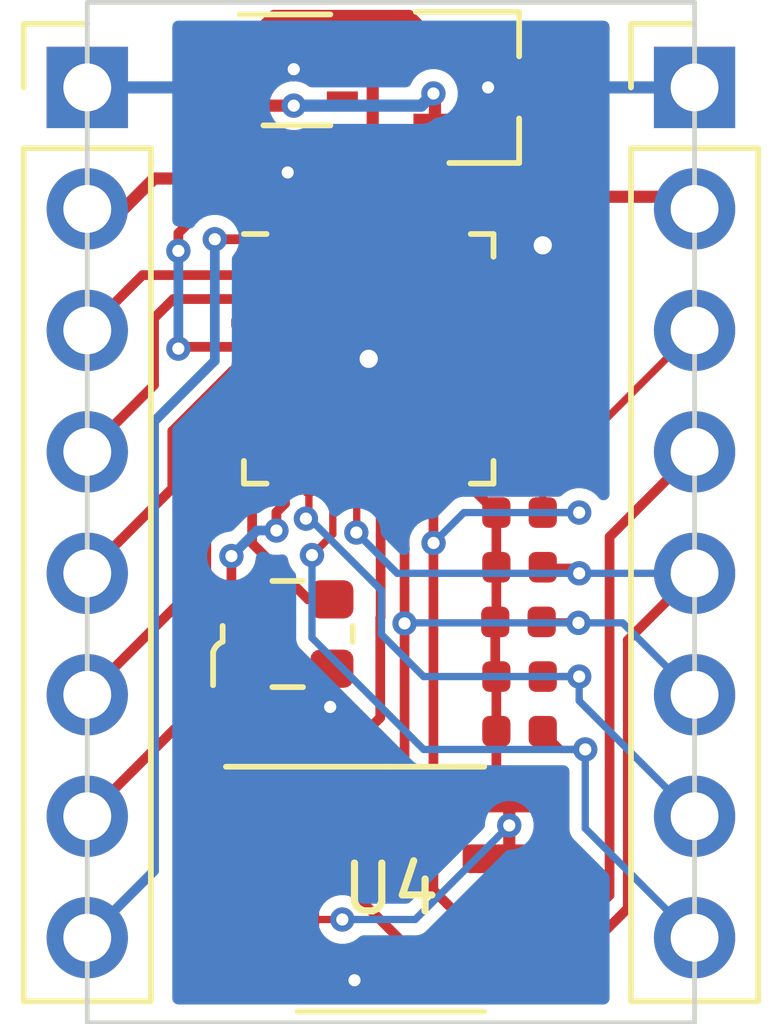
<source format=kicad_pcb>
(kicad_pcb (version 20171130) (host pcbnew "(5.1.6)-1")

  (general
    (thickness 1.6)
    (drawings 4)
    (tracks 219)
    (zones 0)
    (modules 15)
    (nets 30)
  )

  (page A4)
  (layers
    (0 F.Cu signal)
    (31 B.Cu signal)
    (32 B.Adhes user)
    (33 F.Adhes user)
    (34 B.Paste user)
    (35 F.Paste user)
    (36 B.SilkS user)
    (37 F.SilkS user)
    (38 B.Mask user)
    (39 F.Mask user)
    (40 Dwgs.User user)
    (41 Cmts.User user)
    (42 Eco1.User user)
    (43 Eco2.User user)
    (44 Edge.Cuts user)
    (45 Margin user)
    (46 B.CrtYd user)
    (47 F.CrtYd user)
    (48 B.Fab user)
    (49 F.Fab user)
  )

  (setup
    (last_trace_width 0.1524)
    (user_trace_width 0.1524)
    (user_trace_width 0.2032)
    (user_trace_width 0.254)
    (trace_clearance 0.1524)
    (zone_clearance 0.254)
    (zone_45_only yes)
    (trace_min 0.1524)
    (via_size 0.508)
    (via_drill 0.254)
    (via_min_size 0.508)
    (via_min_drill 0.254)
    (user_via 0.508 0.254)
    (user_via 0.635 0.381)
    (uvia_size 0.508)
    (uvia_drill 0.254)
    (uvias_allowed no)
    (uvia_min_size 0.508)
    (uvia_min_drill 0.254)
    (edge_width 0.05)
    (segment_width 0.2)
    (pcb_text_width 0.3)
    (pcb_text_size 1.5 1.5)
    (mod_edge_width 0.12)
    (mod_text_size 1 1)
    (mod_text_width 0.15)
    (pad_size 1.524 1.524)
    (pad_drill 0.762)
    (pad_to_mask_clearance 0.0508)
    (solder_mask_min_width 0.1016)
    (aux_axis_origin 0 0)
    (visible_elements 7FFFFFFF)
    (pcbplotparams
      (layerselection 0x010fc_ffffffff)
      (usegerberextensions false)
      (usegerberattributes true)
      (usegerberadvancedattributes true)
      (creategerberjobfile true)
      (excludeedgelayer true)
      (linewidth 0.100000)
      (plotframeref false)
      (viasonmask false)
      (mode 1)
      (useauxorigin false)
      (hpglpennumber 1)
      (hpglpenspeed 20)
      (hpglpendiameter 15.000000)
      (psnegative false)
      (psa4output false)
      (plotreference true)
      (plotvalue true)
      (plotinvisibletext false)
      (padsonsilk false)
      (subtractmaskfromsilk false)
      (outputformat 1)
      (mirror false)
      (drillshape 0)
      (scaleselection 1)
      (outputdirectory "gerbers/"))
  )

  (net 0 "")
  (net 1 GND)
  (net 2 +3V3)
  (net 3 +1V2)
  (net 4 +2V5)
  (net 5 "Net-(J1-Pad8)")
  (net 6 "Net-(J1-Pad7)")
  (net 7 "Net-(J1-Pad6)")
  (net 8 "Net-(J1-Pad5)")
  (net 9 "Net-(J1-Pad4)")
  (net 10 "Net-(J1-Pad3)")
  (net 11 CDONE)
  (net 12 CRESET)
  (net 13 CS0)
  (net 14 MOSI)
  (net 15 MISO)
  (net 16 SCK)
  (net 17 CLK)
  (net 18 "Net-(U1-Pad4)")
  (net 19 "Net-(U2-Pad1)")
  (net 20 "Net-(U3-Pad29)")
  (net 21 "Net-(U3-Pad27)")
  (net 22 "Net-(U3-Pad26)")
  (net 23 "Net-(U3-Pad23)")
  (net 24 "Net-(U3-Pad22)")
  (net 25 "Net-(U3-Pad20)")
  (net 26 "Net-(U3-Pad19)")
  (net 27 "Net-(U3-Pad18)")
  (net 28 "Net-(U3-Pad31)")
  (net 29 "Net-(U3-Pad30)")

  (net_class Default "This is the default net class."
    (clearance 0.1524)
    (trace_width 0.1524)
    (via_dia 0.508)
    (via_drill 0.254)
    (uvia_dia 0.508)
    (uvia_drill 0.254)
    (diff_pair_width 0.1524)
    (diff_pair_gap 0.1524)
    (add_net +1V2)
    (add_net +2V5)
    (add_net +3V3)
    (add_net CDONE)
    (add_net CLK)
    (add_net CRESET)
    (add_net CS0)
    (add_net GND)
    (add_net MISO)
    (add_net MOSI)
    (add_net "Net-(J1-Pad3)")
    (add_net "Net-(J1-Pad4)")
    (add_net "Net-(J1-Pad5)")
    (add_net "Net-(J1-Pad6)")
    (add_net "Net-(J1-Pad7)")
    (add_net "Net-(J1-Pad8)")
    (add_net "Net-(U1-Pad4)")
    (add_net "Net-(U2-Pad1)")
    (add_net "Net-(U3-Pad18)")
    (add_net "Net-(U3-Pad19)")
    (add_net "Net-(U3-Pad20)")
    (add_net "Net-(U3-Pad22)")
    (add_net "Net-(U3-Pad23)")
    (add_net "Net-(U3-Pad26)")
    (add_net "Net-(U3-Pad27)")
    (add_net "Net-(U3-Pad29)")
    (add_net "Net-(U3-Pad30)")
    (add_net "Net-(U3-Pad31)")
    (add_net SCK)
  )

  (module Capacitor_SMD:C_0402_1005Metric (layer F.Cu) (tedit 5B301BBE) (tstamp 5F7C7D01)
    (at 115.547 50.8)
    (descr "Capacitor SMD 0402 (1005 Metric), square (rectangular) end terminal, IPC_7351 nominal, (Body size source: http://www.tortai-tech.com/upload/download/2011102023233369053.pdf), generated with kicad-footprint-generator")
    (tags capacitor)
    (path /5F9298BA)
    (attr smd)
    (fp_text reference C3 (at 0 -1.17) (layer F.SilkS) hide
      (effects (font (size 1 1) (thickness 0.15)))
    )
    (fp_text value 1uF (at 0.127 0.762) (layer F.Fab) hide
      (effects (font (size 1 1) (thickness 0.15)))
    )
    (fp_line (start 0.93 0.47) (end -0.93 0.47) (layer F.CrtYd) (width 0.05))
    (fp_line (start 0.93 -0.47) (end 0.93 0.47) (layer F.CrtYd) (width 0.05))
    (fp_line (start -0.93 -0.47) (end 0.93 -0.47) (layer F.CrtYd) (width 0.05))
    (fp_line (start -0.93 0.47) (end -0.93 -0.47) (layer F.CrtYd) (width 0.05))
    (fp_line (start 0.5 0.25) (end -0.5 0.25) (layer F.Fab) (width 0.1))
    (fp_line (start 0.5 -0.25) (end 0.5 0.25) (layer F.Fab) (width 0.1))
    (fp_line (start -0.5 -0.25) (end 0.5 -0.25) (layer F.Fab) (width 0.1))
    (fp_line (start -0.5 0.25) (end -0.5 -0.25) (layer F.Fab) (width 0.1))
    (fp_text user %R (at 0 0) (layer F.Fab)
      (effects (font (size 0.25 0.25) (thickness 0.04)))
    )
    (pad 2 smd roundrect (at 0.485 0) (size 0.59 0.64) (layers F.Cu F.Paste F.Mask) (roundrect_rratio 0.25)
      (net 1 GND))
    (pad 1 smd roundrect (at -0.485 0) (size 0.59 0.64) (layers F.Cu F.Paste F.Mask) (roundrect_rratio 0.25)
      (net 2 +3V3))
    (model ${KISYS3DMOD}/Capacitor_SMD.3dshapes/C_0402_1005Metric.wrl
      (at (xyz 0 0 0))
      (scale (xyz 1 1 1))
      (rotate (xyz 0 0 0))
    )
  )

  (module Capacitor_SMD:C_0402_1005Metric (layer F.Cu) (tedit 5B301BBE) (tstamp 5F7BEC48)
    (at 118.133 50.673 180)
    (descr "Capacitor SMD 0402 (1005 Metric), square (rectangular) end terminal, IPC_7351 nominal, (Body size source: http://www.tortai-tech.com/upload/download/2011102023233369053.pdf), generated with kicad-footprint-generator")
    (tags capacitor)
    (path /5F7D9D04)
    (attr smd)
    (fp_text reference C2 (at 0 -1.17) (layer F.SilkS) hide
      (effects (font (size 1 1) (thickness 0.15)))
    )
    (fp_text value 1uF (at 0 1.17) (layer B.Fab) hide
      (effects (font (size 1 1) (thickness 0.15)) (justify mirror))
    )
    (fp_line (start 0.93 0.47) (end -0.93 0.47) (layer F.CrtYd) (width 0.05))
    (fp_line (start 0.93 -0.47) (end 0.93 0.47) (layer F.CrtYd) (width 0.05))
    (fp_line (start -0.93 -0.47) (end 0.93 -0.47) (layer F.CrtYd) (width 0.05))
    (fp_line (start -0.93 0.47) (end -0.93 -0.47) (layer F.CrtYd) (width 0.05))
    (fp_line (start 0.5 0.25) (end -0.5 0.25) (layer F.Fab) (width 0.1))
    (fp_line (start 0.5 -0.25) (end 0.5 0.25) (layer F.Fab) (width 0.1))
    (fp_line (start -0.5 -0.25) (end 0.5 -0.25) (layer F.Fab) (width 0.1))
    (fp_line (start -0.5 0.25) (end -0.5 -0.25) (layer F.Fab) (width 0.1))
    (fp_text user %R (at 0 0) (layer F.Fab)
      (effects (font (size 0.25 0.25) (thickness 0.04)))
    )
    (pad 2 smd roundrect (at 0.485 0 180) (size 0.59 0.64) (layers F.Cu F.Paste F.Mask) (roundrect_rratio 0.25)
      (net 1 GND))
    (pad 1 smd roundrect (at -0.485 0 180) (size 0.59 0.64) (layers F.Cu F.Paste F.Mask) (roundrect_rratio 0.25)
      (net 3 +1V2))
    (model ${KISYS3DMOD}/Capacitor_SMD.3dshapes/C_0402_1005Metric.wrl
      (at (xyz 0 0 0))
      (scale (xyz 1 1 1))
      (rotate (xyz 0 0 0))
    )
  )

  (module Capacitor_SMD:C_0402_1005Metric (layer F.Cu) (tedit 5B301BBE) (tstamp 5F7BEC37)
    (at 122.578 51.181 180)
    (descr "Capacitor SMD 0402 (1005 Metric), square (rectangular) end terminal, IPC_7351 nominal, (Body size source: http://www.tortai-tech.com/upload/download/2011102023233369053.pdf), generated with kicad-footprint-generator")
    (tags capacitor)
    (path /5F7C10FF)
    (attr smd)
    (fp_text reference C1 (at 0 -1.17) (layer F.SilkS) hide
      (effects (font (size 1 1) (thickness 0.15)))
    )
    (fp_text value 1uF (at 0 1.17) (layer F.Fab) hide
      (effects (font (size 1 1) (thickness 0.15)))
    )
    (fp_line (start 0.93 0.47) (end -0.93 0.47) (layer F.CrtYd) (width 0.05))
    (fp_line (start 0.93 -0.47) (end 0.93 0.47) (layer F.CrtYd) (width 0.05))
    (fp_line (start -0.93 -0.47) (end 0.93 -0.47) (layer F.CrtYd) (width 0.05))
    (fp_line (start -0.93 0.47) (end -0.93 -0.47) (layer F.CrtYd) (width 0.05))
    (fp_line (start 0.5 0.25) (end -0.5 0.25) (layer F.Fab) (width 0.1))
    (fp_line (start 0.5 -0.25) (end 0.5 0.25) (layer F.Fab) (width 0.1))
    (fp_line (start -0.5 -0.25) (end 0.5 -0.25) (layer F.Fab) (width 0.1))
    (fp_line (start -0.5 0.25) (end -0.5 -0.25) (layer F.Fab) (width 0.1))
    (fp_text user %R (at 0 0) (layer F.Fab)
      (effects (font (size 0.25 0.25) (thickness 0.04)))
    )
    (pad 2 smd roundrect (at 0.485 0 180) (size 0.59 0.64) (layers F.Cu F.Paste F.Mask) (roundrect_rratio 0.25)
      (net 1 GND))
    (pad 1 smd roundrect (at -0.485 0 180) (size 0.59 0.64) (layers F.Cu F.Paste F.Mask) (roundrect_rratio 0.25)
      (net 2 +3V3))
    (model ${KISYS3DMOD}/Capacitor_SMD.3dshapes/C_0402_1005Metric.wrl
      (at (xyz 0 0 0))
      (scale (xyz 1 1 1))
      (rotate (xyz 0 0 0))
    )
  )

  (module Resistor_SMD:R_0402_1005Metric (layer F.Cu) (tedit 5B301BBD) (tstamp 5F7BECEA)
    (at 121.689 57.785)
    (descr "Resistor SMD 0402 (1005 Metric), square (rectangular) end terminal, IPC_7351 nominal, (Body size source: http://www.tortai-tech.com/upload/download/2011102023233369053.pdf), generated with kicad-footprint-generator")
    (tags resistor)
    (path /5F7DE0BA)
    (attr smd)
    (fp_text reference R5 (at 0 -1.17) (layer F.SilkS) hide
      (effects (font (size 1 1) (thickness 0.15)))
    )
    (fp_text value 10k (at 0 1.17) (layer F.Fab) hide
      (effects (font (size 1 1) (thickness 0.15)))
    )
    (fp_line (start 0.93 0.47) (end -0.93 0.47) (layer F.CrtYd) (width 0.05))
    (fp_line (start 0.93 -0.47) (end 0.93 0.47) (layer F.CrtYd) (width 0.05))
    (fp_line (start -0.93 -0.47) (end 0.93 -0.47) (layer F.CrtYd) (width 0.05))
    (fp_line (start -0.93 0.47) (end -0.93 -0.47) (layer F.CrtYd) (width 0.05))
    (fp_line (start 0.5 0.25) (end -0.5 0.25) (layer F.Fab) (width 0.1))
    (fp_line (start 0.5 -0.25) (end 0.5 0.25) (layer F.Fab) (width 0.1))
    (fp_line (start -0.5 -0.25) (end 0.5 -0.25) (layer F.Fab) (width 0.1))
    (fp_line (start -0.5 0.25) (end -0.5 -0.25) (layer F.Fab) (width 0.1))
    (fp_text user %R (at 0 0) (layer F.Fab)
      (effects (font (size 0.25 0.25) (thickness 0.04)))
    )
    (pad 2 smd roundrect (at 0.485 0) (size 0.59 0.64) (layers F.Cu F.Paste F.Mask) (roundrect_rratio 0.25)
      (net 16 SCK))
    (pad 1 smd roundrect (at -0.485 0) (size 0.59 0.64) (layers F.Cu F.Paste F.Mask) (roundrect_rratio 0.25)
      (net 2 +3V3))
    (model ${KISYS3DMOD}/Resistor_SMD.3dshapes/R_0402_1005Metric.wrl
      (at (xyz 0 0 0))
      (scale (xyz 1 1 1))
      (rotate (xyz 0 0 0))
    )
  )

  (module Resistor_SMD:R_0402_1005Metric (layer F.Cu) (tedit 5B301BBD) (tstamp 5F7BECD9)
    (at 121.689 58.928)
    (descr "Resistor SMD 0402 (1005 Metric), square (rectangular) end terminal, IPC_7351 nominal, (Body size source: http://www.tortai-tech.com/upload/download/2011102023233369053.pdf), generated with kicad-footprint-generator")
    (tags resistor)
    (path /5F7DEE74)
    (attr smd)
    (fp_text reference R4 (at 0 -1.17) (layer F.SilkS) hide
      (effects (font (size 1 1) (thickness 0.15)))
    )
    (fp_text value 10k (at 0 1.17) (layer F.Fab) hide
      (effects (font (size 1 1) (thickness 0.15)))
    )
    (fp_line (start 0.93 0.47) (end -0.93 0.47) (layer F.CrtYd) (width 0.05))
    (fp_line (start 0.93 -0.47) (end 0.93 0.47) (layer F.CrtYd) (width 0.05))
    (fp_line (start -0.93 -0.47) (end 0.93 -0.47) (layer F.CrtYd) (width 0.05))
    (fp_line (start -0.93 0.47) (end -0.93 -0.47) (layer F.CrtYd) (width 0.05))
    (fp_line (start 0.5 0.25) (end -0.5 0.25) (layer F.Fab) (width 0.1))
    (fp_line (start 0.5 -0.25) (end 0.5 0.25) (layer F.Fab) (width 0.1))
    (fp_line (start -0.5 -0.25) (end 0.5 -0.25) (layer F.Fab) (width 0.1))
    (fp_line (start -0.5 0.25) (end -0.5 -0.25) (layer F.Fab) (width 0.1))
    (fp_text user %R (at 0 0) (layer F.Fab)
      (effects (font (size 0.25 0.25) (thickness 0.04)))
    )
    (pad 2 smd roundrect (at 0.485 0) (size 0.59 0.64) (layers F.Cu F.Paste F.Mask) (roundrect_rratio 0.25)
      (net 14 MOSI))
    (pad 1 smd roundrect (at -0.485 0) (size 0.59 0.64) (layers F.Cu F.Paste F.Mask) (roundrect_rratio 0.25)
      (net 2 +3V3))
    (model ${KISYS3DMOD}/Resistor_SMD.3dshapes/R_0402_1005Metric.wrl
      (at (xyz 0 0 0))
      (scale (xyz 1 1 1))
      (rotate (xyz 0 0 0))
    )
  )

  (module Resistor_SMD:R_0402_1005Metric (layer F.Cu) (tedit 5B301BBD) (tstamp 5F7BECC8)
    (at 121.666 60.071)
    (descr "Resistor SMD 0402 (1005 Metric), square (rectangular) end terminal, IPC_7351 nominal, (Body size source: http://www.tortai-tech.com/upload/download/2011102023233369053.pdf), generated with kicad-footprint-generator")
    (tags resistor)
    (path /5F7DF16B)
    (attr smd)
    (fp_text reference R3 (at 0 -1.17) (layer F.SilkS) hide
      (effects (font (size 1 1) (thickness 0.15)))
    )
    (fp_text value 10k (at 0 1.17) (layer F.Fab) hide
      (effects (font (size 1 1) (thickness 0.15)))
    )
    (fp_line (start 0.93 0.47) (end -0.93 0.47) (layer F.CrtYd) (width 0.05))
    (fp_line (start 0.93 -0.47) (end 0.93 0.47) (layer F.CrtYd) (width 0.05))
    (fp_line (start -0.93 -0.47) (end 0.93 -0.47) (layer F.CrtYd) (width 0.05))
    (fp_line (start -0.93 0.47) (end -0.93 -0.47) (layer F.CrtYd) (width 0.05))
    (fp_line (start 0.5 0.25) (end -0.5 0.25) (layer F.Fab) (width 0.1))
    (fp_line (start 0.5 -0.25) (end 0.5 0.25) (layer F.Fab) (width 0.1))
    (fp_line (start -0.5 -0.25) (end 0.5 -0.25) (layer F.Fab) (width 0.1))
    (fp_line (start -0.5 0.25) (end -0.5 -0.25) (layer F.Fab) (width 0.1))
    (fp_text user %R (at 0 0) (layer F.Fab)
      (effects (font (size 0.25 0.25) (thickness 0.04)))
    )
    (pad 2 smd roundrect (at 0.485 0) (size 0.59 0.64) (layers F.Cu F.Paste F.Mask) (roundrect_rratio 0.25)
      (net 13 CS0))
    (pad 1 smd roundrect (at -0.485 0) (size 0.59 0.64) (layers F.Cu F.Paste F.Mask) (roundrect_rratio 0.25)
      (net 2 +3V3))
    (model ${KISYS3DMOD}/Resistor_SMD.3dshapes/R_0402_1005Metric.wrl
      (at (xyz 0 0 0))
      (scale (xyz 1 1 1))
      (rotate (xyz 0 0 0))
    )
  )

  (module Resistor_SMD:R_0402_1005Metric (layer F.Cu) (tedit 5B301BBD) (tstamp 5F7BECB7)
    (at 121.689 62.357)
    (descr "Resistor SMD 0402 (1005 Metric), square (rectangular) end terminal, IPC_7351 nominal, (Body size source: http://www.tortai-tech.com/upload/download/2011102023233369053.pdf), generated with kicad-footprint-generator")
    (tags resistor)
    (path /5F7E9E4E)
    (attr smd)
    (fp_text reference R2 (at 0 -1.17) (layer F.SilkS) hide
      (effects (font (size 1 1) (thickness 0.15)))
    )
    (fp_text value 10k (at 0 1.17) (layer F.Fab) hide
      (effects (font (size 1 1) (thickness 0.15)))
    )
    (fp_line (start 0.93 0.47) (end -0.93 0.47) (layer F.CrtYd) (width 0.05))
    (fp_line (start 0.93 -0.47) (end 0.93 0.47) (layer F.CrtYd) (width 0.05))
    (fp_line (start -0.93 -0.47) (end 0.93 -0.47) (layer F.CrtYd) (width 0.05))
    (fp_line (start -0.93 0.47) (end -0.93 -0.47) (layer F.CrtYd) (width 0.05))
    (fp_line (start 0.5 0.25) (end -0.5 0.25) (layer F.Fab) (width 0.1))
    (fp_line (start 0.5 -0.25) (end 0.5 0.25) (layer F.Fab) (width 0.1))
    (fp_line (start -0.5 -0.25) (end 0.5 -0.25) (layer F.Fab) (width 0.1))
    (fp_line (start -0.5 0.25) (end -0.5 -0.25) (layer F.Fab) (width 0.1))
    (fp_text user %R (at 0 0) (layer F.Fab)
      (effects (font (size 0.25 0.25) (thickness 0.04)))
    )
    (pad 2 smd roundrect (at 0.485 0) (size 0.59 0.64) (layers F.Cu F.Paste F.Mask) (roundrect_rratio 0.25)
      (net 11 CDONE))
    (pad 1 smd roundrect (at -0.485 0) (size 0.59 0.64) (layers F.Cu F.Paste F.Mask) (roundrect_rratio 0.25)
      (net 2 +3V3))
    (model ${KISYS3DMOD}/Resistor_SMD.3dshapes/R_0402_1005Metric.wrl
      (at (xyz 0 0 0))
      (scale (xyz 1 1 1))
      (rotate (xyz 0 0 0))
    )
  )

  (module Resistor_SMD:R_0402_1005Metric (layer F.Cu) (tedit 5B301BBD) (tstamp 5F7BECA6)
    (at 121.689 61.214)
    (descr "Resistor SMD 0402 (1005 Metric), square (rectangular) end terminal, IPC_7351 nominal, (Body size source: http://www.tortai-tech.com/upload/download/2011102023233369053.pdf), generated with kicad-footprint-generator")
    (tags resistor)
    (path /5F7E9495)
    (attr smd)
    (fp_text reference R1 (at 0 -1.17) (layer F.SilkS) hide
      (effects (font (size 1 1) (thickness 0.15)))
    )
    (fp_text value 10k (at 0 1.17) (layer F.Fab) hide
      (effects (font (size 1 1) (thickness 0.15)))
    )
    (fp_line (start 0.93 0.47) (end -0.93 0.47) (layer F.CrtYd) (width 0.05))
    (fp_line (start 0.93 -0.47) (end 0.93 0.47) (layer F.CrtYd) (width 0.05))
    (fp_line (start -0.93 -0.47) (end 0.93 -0.47) (layer F.CrtYd) (width 0.05))
    (fp_line (start -0.93 0.47) (end -0.93 -0.47) (layer F.CrtYd) (width 0.05))
    (fp_line (start 0.5 0.25) (end -0.5 0.25) (layer F.Fab) (width 0.1))
    (fp_line (start 0.5 -0.25) (end 0.5 0.25) (layer F.Fab) (width 0.1))
    (fp_line (start -0.5 -0.25) (end 0.5 -0.25) (layer F.Fab) (width 0.1))
    (fp_line (start -0.5 0.25) (end -0.5 -0.25) (layer F.Fab) (width 0.1))
    (fp_text user %R (at 0 0) (layer F.Fab)
      (effects (font (size 0.25 0.25) (thickness 0.04)))
    )
    (pad 2 smd roundrect (at 0.485 0) (size 0.59 0.64) (layers F.Cu F.Paste F.Mask) (roundrect_rratio 0.25)
      (net 12 CRESET))
    (pad 1 smd roundrect (at -0.485 0) (size 0.59 0.64) (layers F.Cu F.Paste F.Mask) (roundrect_rratio 0.25)
      (net 2 +3V3))
    (model ${KISYS3DMOD}/Resistor_SMD.3dshapes/R_0402_1005Metric.wrl
      (at (xyz 0 0 0))
      (scale (xyz 1 1 1))
      (rotate (xyz 0 0 0))
    )
  )

  (module nezbyte:SOIC-8_3.9x4.9mm_P1.27mm (layer F.Cu) (tedit 5D9F72B1) (tstamp 5F7BED86)
    (at 118.999 65.659)
    (descr "SOIC, 8 Pin (JEDEC MS-012AA, https://www.analog.com/media/en/package-pcb-resources/package/pkg_pdf/soic_narrow-r/r_8.pdf), generated with kicad-footprint-generator ipc_gullwing_generator.py")
    (tags "SOIC SO")
    (path /5F7BB7E9)
    (attr smd)
    (fp_text reference U4 (at 0 0) (layer F.SilkS)
      (effects (font (size 1 1) (thickness 0.15)))
    )
    (fp_text value W25X10CLSNIG (at 0 3.4) (layer F.Fab) hide
      (effects (font (size 1 1) (thickness 0.15)))
    )
    (fp_line (start 0 2.56) (end 1.95 2.56) (layer F.SilkS) (width 0.12))
    (fp_line (start 0 2.56) (end -1.95 2.56) (layer F.SilkS) (width 0.12))
    (fp_line (start 0 -2.56) (end 1.95 -2.56) (layer F.SilkS) (width 0.12))
    (fp_line (start 0 -2.56) (end -3.45 -2.56) (layer F.SilkS) (width 0.12))
    (fp_line (start -0.975 -2.45) (end 1.95 -2.45) (layer F.Fab) (width 0.1))
    (fp_line (start 1.95 -2.45) (end 1.95 2.45) (layer F.Fab) (width 0.1))
    (fp_line (start 1.95 2.45) (end -1.95 2.45) (layer F.Fab) (width 0.1))
    (fp_line (start -1.95 2.45) (end -1.95 -1.475) (layer F.Fab) (width 0.1))
    (fp_line (start -1.95 -1.475) (end -0.975 -2.45) (layer F.Fab) (width 0.1))
    (fp_line (start -3.7 -2.7) (end -3.7 2.7) (layer F.CrtYd) (width 0.05))
    (fp_line (start -3.7 2.7) (end 3.7 2.7) (layer F.CrtYd) (width 0.05))
    (fp_line (start 3.7 2.7) (end 3.7 -2.7) (layer F.CrtYd) (width 0.05))
    (fp_line (start 3.7 -2.7) (end -3.7 -2.7) (layer F.CrtYd) (width 0.05))
    (fp_text user %R (at 0 0) (layer F.Fab)
      (effects (font (size 0.98 0.98) (thickness 0.15)))
    )
    (pad 8 smd roundrect (at 2.475 -1.905) (size 1.95 0.6) (layers F.Cu F.Paste F.Mask) (roundrect_rratio 0.25)
      (net 2 +3V3))
    (pad 7 smd roundrect (at 2.475 -0.635) (size 1.95 0.6) (layers F.Cu F.Paste F.Mask) (roundrect_rratio 0.25)
      (net 2 +3V3))
    (pad 6 smd roundrect (at 2.475 0.635) (size 1.95 0.6) (layers F.Cu F.Paste F.Mask) (roundrect_rratio 0.25)
      (net 16 SCK))
    (pad 5 smd roundrect (at 2.475 1.905) (size 1.95 0.6) (layers F.Cu F.Paste F.Mask) (roundrect_rratio 0.25)
      (net 14 MOSI))
    (pad 4 smd roundrect (at -2.475 1.905) (size 1.95 0.6) (layers F.Cu F.Paste F.Mask) (roundrect_rratio 0.25)
      (net 1 GND))
    (pad 3 smd roundrect (at -2.475 0.635) (size 1.95 0.6) (layers F.Cu F.Paste F.Mask) (roundrect_rratio 0.25)
      (net 2 +3V3))
    (pad 2 smd roundrect (at -2.475 -0.635) (size 1.95 0.6) (layers F.Cu F.Paste F.Mask) (roundrect_rratio 0.25)
      (net 15 MISO))
    (pad 1 smd roundrect (at -2.475 -1.905) (size 1.95 0.6) (layers F.Cu F.Paste F.Mask) (roundrect_rratio 0.25)
      (net 13 CS0))
    (model ${KISYS3DMOD}/Package_SO.3dshapes/SOIC-8_3.9x4.9mm_P1.27mm.wrl
      (at (xyz 0 0 0))
      (scale (xyz 1 1 1))
      (rotate (xyz 0 0 0))
    )
  )

  (module nezbyte:QFN-32-1EP_5x5mm_P0.5mm_EP3.1x3.1mm (layer F.Cu) (tedit 5DC5F6A4) (tstamp 5F7BED6C)
    (at 118.534 54.57)
    (descr "QFN, 32 Pin (http://ww1.microchip.com/downloads/en/DeviceDoc/8008S.pdf#page=20), generated with kicad-footprint-generator ipc_noLead_generator.py")
    (tags "QFN NoLead")
    (path /5F7B8898)
    (attr smd)
    (fp_text reference U3 (at 0 -3.82) (layer F.SilkS) hide
      (effects (font (size 1 1) (thickness 0.15)))
    )
    (fp_text value ICE40LP384-SG32 (at 0 3.82) (layer F.Fab) hide
      (effects (font (size 1 1) (thickness 0.15)))
    )
    (fp_line (start 2.135 -2.61) (end 2.61 -2.61) (layer F.SilkS) (width 0.12))
    (fp_line (start 2.61 -2.61) (end 2.61 -2.135) (layer F.SilkS) (width 0.12))
    (fp_line (start -2.135 2.61) (end -2.61 2.61) (layer F.SilkS) (width 0.12))
    (fp_line (start -2.61 2.61) (end -2.61 2.135) (layer F.SilkS) (width 0.12))
    (fp_line (start 2.135 2.61) (end 2.61 2.61) (layer F.SilkS) (width 0.12))
    (fp_line (start 2.61 2.61) (end 2.61 2.135) (layer F.SilkS) (width 0.12))
    (fp_line (start -2.135 -2.61) (end -2.61 -2.61) (layer F.SilkS) (width 0.12))
    (fp_line (start -1.5 -2.5) (end 2.5 -2.5) (layer F.Fab) (width 0.1))
    (fp_line (start 2.5 -2.5) (end 2.5 2.5) (layer F.Fab) (width 0.1))
    (fp_line (start 2.5 2.5) (end -2.5 2.5) (layer F.Fab) (width 0.1))
    (fp_line (start -2.5 2.5) (end -2.5 -1.5) (layer F.Fab) (width 0.1))
    (fp_line (start -2.5 -1.5) (end -1.5 -2.5) (layer F.Fab) (width 0.1))
    (fp_line (start -3.12 -3.12) (end -3.12 3.12) (layer F.CrtYd) (width 0.05))
    (fp_line (start -3.12 3.12) (end 3.12 3.12) (layer F.CrtYd) (width 0.05))
    (fp_line (start 3.12 3.12) (end 3.12 -3.12) (layer F.CrtYd) (width 0.05))
    (fp_line (start 3.12 -3.12) (end -3.12 -3.12) (layer F.CrtYd) (width 0.05))
    (fp_text user %R (at 0 0) (layer F.Fab)
      (effects (font (size 1 1) (thickness 0.15)))
    )
    (pad "" smd roundrect (at 1.03 1.03) (size 0.83 0.83) (layers F.Paste) (roundrect_rratio 0.25))
    (pad "" smd roundrect (at 1.03 0) (size 0.83 0.83) (layers F.Paste) (roundrect_rratio 0.25))
    (pad "" smd roundrect (at 1.03 -1.03) (size 0.83 0.83) (layers F.Paste) (roundrect_rratio 0.25))
    (pad "" smd roundrect (at 0 1.03) (size 0.83 0.83) (layers F.Paste) (roundrect_rratio 0.25))
    (pad "" smd roundrect (at 0 0) (size 0.83 0.83) (layers F.Paste) (roundrect_rratio 0.25))
    (pad "" smd roundrect (at 0 -1.03) (size 0.83 0.83) (layers F.Paste) (roundrect_rratio 0.25))
    (pad "" smd roundrect (at -1.03 1.03) (size 0.83 0.83) (layers F.Paste) (roundrect_rratio 0.25))
    (pad "" smd roundrect (at -1.03 0) (size 0.83 0.83) (layers F.Paste) (roundrect_rratio 0.25))
    (pad "" smd roundrect (at -1.03 -1.03) (size 0.83 0.83) (layers F.Paste) (roundrect_rratio 0.25))
    (pad 33 smd rect (at 0 0) (size 3.1 3.1) (layers F.Cu F.Mask)
      (net 1 GND))
    (pad 32 smd roundrect (at -1.75 -2.4375) (size 0.25 0.875) (layers F.Cu F.Paste F.Mask) (roundrect_rratio 0.25)
      (net 5 "Net-(J1-Pad8)"))
    (pad 31 smd roundrect (at -1.25 -2.4375) (size 0.25 0.875) (layers F.Cu F.Paste F.Mask) (roundrect_rratio 0.25)
      (net 28 "Net-(U3-Pad31)"))
    (pad 30 smd roundrect (at -0.75 -2.4375) (size 0.25 0.875) (layers F.Cu F.Paste F.Mask) (roundrect_rratio 0.25)
      (net 29 "Net-(U3-Pad30)"))
    (pad 29 smd roundrect (at -0.25 -2.4375) (size 0.25 0.875) (layers F.Cu F.Paste F.Mask) (roundrect_rratio 0.25)
      (net 20 "Net-(U3-Pad29)"))
    (pad 28 smd roundrect (at 0.25 -2.4375) (size 0.25 0.875) (layers F.Cu F.Paste F.Mask) (roundrect_rratio 0.25)
      (net 2 +3V3))
    (pad 27 smd roundrect (at 0.75 -2.4375) (size 0.25 0.875) (layers F.Cu F.Paste F.Mask) (roundrect_rratio 0.25)
      (net 21 "Net-(U3-Pad27)"))
    (pad 26 smd roundrect (at 1.25 -2.4375) (size 0.25 0.875) (layers F.Cu F.Paste F.Mask) (roundrect_rratio 0.25)
      (net 22 "Net-(U3-Pad26)"))
    (pad 25 smd roundrect (at 1.75 -2.4375) (size 0.25 0.875) (layers F.Cu F.Paste F.Mask) (roundrect_rratio 0.25)
      (net 3 +1V2))
    (pad 24 smd roundrect (at 2.4375 -1.75) (size 0.875 0.25) (layers F.Cu F.Paste F.Mask) (roundrect_rratio 0.25)
      (net 4 +2V5))
    (pad 23 smd roundrect (at 2.4375 -1.25) (size 0.875 0.25) (layers F.Cu F.Paste F.Mask) (roundrect_rratio 0.25)
      (net 23 "Net-(U3-Pad23)"))
    (pad 22 smd roundrect (at 2.4375 -0.75) (size 0.875 0.25) (layers F.Cu F.Paste F.Mask) (roundrect_rratio 0.25)
      (net 24 "Net-(U3-Pad22)"))
    (pad 21 smd roundrect (at 2.4375 -0.25) (size 0.875 0.25) (layers F.Cu F.Paste F.Mask) (roundrect_rratio 0.25)
      (net 1 GND))
    (pad 20 smd roundrect (at 2.4375 0.25) (size 0.875 0.25) (layers F.Cu F.Paste F.Mask) (roundrect_rratio 0.25)
      (net 25 "Net-(U3-Pad20)"))
    (pad 19 smd roundrect (at 2.4375 0.75) (size 0.875 0.25) (layers F.Cu F.Paste F.Mask) (roundrect_rratio 0.25)
      (net 26 "Net-(U3-Pad19)"))
    (pad 18 smd roundrect (at 2.4375 1.25) (size 0.875 0.25) (layers F.Cu F.Paste F.Mask) (roundrect_rratio 0.25)
      (net 27 "Net-(U3-Pad18)"))
    (pad 17 smd roundrect (at 2.4375 1.75) (size 0.875 0.25) (layers F.Cu F.Paste F.Mask) (roundrect_rratio 0.25)
      (net 2 +3V3))
    (pad 16 smd roundrect (at 1.75 2.4375) (size 0.25 0.875) (layers F.Cu F.Paste F.Mask) (roundrect_rratio 0.25)
      (net 2 +3V3))
    (pad 15 smd roundrect (at 1.25 2.4375) (size 0.25 0.875) (layers F.Cu F.Paste F.Mask) (roundrect_rratio 0.25)
      (net 16 SCK))
    (pad 14 smd roundrect (at 0.75 2.4375) (size 0.25 0.875) (layers F.Cu F.Paste F.Mask) (roundrect_rratio 0.25)
      (net 13 CS0))
    (pad 13 smd roundrect (at 0.25 2.4375) (size 0.25 0.875) (layers F.Cu F.Paste F.Mask) (roundrect_rratio 0.25)
      (net 15 MISO))
    (pad 12 smd roundrect (at -0.25 2.4375) (size 0.25 0.875) (layers F.Cu F.Paste F.Mask) (roundrect_rratio 0.25)
      (net 14 MOSI))
    (pad 11 smd roundrect (at -0.75 2.4375) (size 0.25 0.875) (layers F.Cu F.Paste F.Mask) (roundrect_rratio 0.25)
      (net 11 CDONE))
    (pad 10 smd roundrect (at -1.25 2.4375) (size 0.25 0.875) (layers F.Cu F.Paste F.Mask) (roundrect_rratio 0.25)
      (net 12 CRESET))
    (pad 9 smd roundrect (at -1.75 2.4375) (size 0.25 0.875) (layers F.Cu F.Paste F.Mask) (roundrect_rratio 0.25)
      (net 2 +3V3))
    (pad 8 smd roundrect (at -2.4375 1.75) (size 0.875 0.25) (layers F.Cu F.Paste F.Mask) (roundrect_rratio 0.25)
      (net 17 CLK))
    (pad 7 smd roundrect (at -2.4375 1.25) (size 0.875 0.25) (layers F.Cu F.Paste F.Mask) (roundrect_rratio 0.25)
      (net 6 "Net-(J1-Pad7)"))
    (pad 6 smd roundrect (at -2.4375 0.75) (size 0.875 0.25) (layers F.Cu F.Paste F.Mask) (roundrect_rratio 0.25)
      (net 7 "Net-(J1-Pad6)"))
    (pad 5 smd roundrect (at -2.4375 0.25) (size 0.875 0.25) (layers F.Cu F.Paste F.Mask) (roundrect_rratio 0.25)
      (net 8 "Net-(J1-Pad5)"))
    (pad 4 smd roundrect (at -2.4375 -0.25) (size 0.875 0.25) (layers F.Cu F.Paste F.Mask) (roundrect_rratio 0.25)
      (net 2 +3V3))
    (pad 3 smd roundrect (at -2.4375 -0.75) (size 0.875 0.25) (layers F.Cu F.Paste F.Mask) (roundrect_rratio 0.25)
      (net 1 GND))
    (pad 2 smd roundrect (at -2.4375 -1.25) (size 0.875 0.25) (layers F.Cu F.Paste F.Mask) (roundrect_rratio 0.25)
      (net 9 "Net-(J1-Pad4)"))
    (pad 1 smd roundrect (at -2.4375 -1.75) (size 0.875 0.25) (layers F.Cu F.Paste F.Mask) (roundrect_rratio 0.25)
      (net 10 "Net-(J1-Pad3)"))
    (model ${KISYS3DMOD}/Package_DFN_QFN.3dshapes/QFN-32-1EP_5x5mm_P0.5mm_EP3.1x3.1mm.wrl
      (at (xyz 0 0 0))
      (scale (xyz 1 1 1))
      (rotate (xyz 0 0 0))
    )
  )

  (module nezbyte:Oscillator_SMD_ECS_2520MV-xxx-xx-4Pin_2.5x2.0mm (layer F.Cu) (tedit 5C2B7AE4) (tstamp 5F7BED2D)
    (at 116.84 60.325 90)
    (descr "Miniature Crystal Clock Oscillator ECS 2520MV series, https://www.ecsxtal.com/store/pdf/ECS-2520MV.pdf")
    (tags "Miniature Crystal Clock Oscillator ECS 2520MV series SMD SMT HCMOS")
    (path /5F7BF0C9)
    (attr smd)
    (fp_text reference U2 (at 2.032 0) (layer F.SilkS) hide
      (effects (font (size 1 1) (thickness 0.15)))
    )
    (fp_text value ECS-TXO-2520-33-250-AN-TR (at 0 2.5 -90) (layer F.Fab) hide
      (effects (font (size 1 1) (thickness 0.15)))
    )
    (fp_line (start -1 -0.75) (end -1 1.25) (layer F.Fab) (width 0.1))
    (fp_line (start 1 -1.25) (end 1 1.25) (layer F.Fab) (width 0.1))
    (fp_line (start -0.5 -1.25) (end 1 -1.25) (layer F.Fab) (width 0.1))
    (fp_line (start -1 1.25) (end 1 1.25) (layer F.Fab) (width 0.1))
    (fp_line (start -1 -0.75) (end -0.5 -1.25) (layer F.Fab) (width 0.1))
    (fp_line (start -0.17 1.36) (end 0.17 1.36) (layer F.SilkS) (width 0.12))
    (fp_line (start -0.16 -1.36) (end 0.17 -1.36) (layer F.SilkS) (width 0.12))
    (fp_line (start 1.11 0.32) (end 1.11 -0.32) (layer F.SilkS) (width 0.12))
    (fp_line (start -1.11 0.32) (end -1.11 -0.32) (layer F.SilkS) (width 0.12))
    (fp_line (start -0.38 -1.56) (end -1.07 -1.56) (layer F.SilkS) (width 0.12))
    (fp_line (start 1.38 -1.63) (end 1.38 1.63) (layer F.CrtYd) (width 0.05))
    (fp_line (start -1.38 1.63) (end 1.38 1.63) (layer F.CrtYd) (width 0.05))
    (fp_line (start -1.38 -1.63) (end -1.38 1.63) (layer F.CrtYd) (width 0.05))
    (fp_line (start -1.38 -1.63) (end 1.38 -1.63) (layer F.CrtYd) (width 0.05))
    (fp_arc (start -0.47 -1.24) (end -0.16 -1.36) (angle -53.13010235) (layer F.SilkS) (width 0.12))
    (fp_text user %R (at 0 0 180) (layer F.Fab)
      (effects (font (size 0.5 0.5) (thickness 0.075)))
    )
    (pad 3 smd roundrect (at 0.725 0.925 90) (size 0.8 0.9) (layers F.Cu F.Paste F.Mask) (roundrect_rratio 0.25)
      (net 17 CLK))
    (pad 2 smd roundrect (at -0.725 0.925 90) (size 0.8 0.9) (layers F.Cu F.Paste F.Mask) (roundrect_rratio 0.25)
      (net 1 GND))
    (pad 4 smd roundrect (at 0.725 -0.925 90) (size 0.8 0.9) (layers F.Cu F.Paste F.Mask) (roundrect_rratio 0.25)
      (net 2 +3V3))
    (pad 1 smd roundrect (at -0.725 -0.925 90) (size 0.8 0.9) (layers F.Cu F.Paste F.Mask) (roundrect_rratio 0.25)
      (net 19 "Net-(U2-Pad1)"))
    (model ${KISYS3DMOD}/Oscillator.3dshapes/Oscillator_SMD_ECS_2520MV-xxx-xx-4Pin_2.5x2.0mm.wrl
      (at (xyz 0 0 0))
      (scale (xyz 1 1 1))
      (rotate (xyz 0 0 0))
    )
  )

  (module nezbyte:SOT-353_SC-70-5 (layer F.Cu) (tedit 5A02FF57) (tstamp 5F7BED15)
    (at 117.033 48.529)
    (descr "SOT-353, SC-70-5")
    (tags "SOT-353 SC-70-5")
    (path /5F7BB1CA)
    (attr smd)
    (fp_text reference U1 (at 0 -2) (layer F.SilkS) hide
      (effects (font (size 1 1) (thickness 0.15)))
    )
    (fp_text value MIC5365-1.2YC5-TR (at 0 2 180) (layer F.Fab) hide
      (effects (font (size 1 1) (thickness 0.15)))
    )
    (fp_line (start 0.7 -1.16) (end -1.2 -1.16) (layer F.SilkS) (width 0.12))
    (fp_line (start -0.7 1.16) (end 0.7 1.16) (layer F.SilkS) (width 0.12))
    (fp_line (start 1.6 1.4) (end 1.6 -1.4) (layer F.CrtYd) (width 0.05))
    (fp_line (start -1.6 -1.4) (end -1.6 1.4) (layer F.CrtYd) (width 0.05))
    (fp_line (start -1.6 -1.4) (end 1.6 -1.4) (layer F.CrtYd) (width 0.05))
    (fp_line (start 0.675 -1.1) (end -0.175 -1.1) (layer F.Fab) (width 0.1))
    (fp_line (start -0.675 -0.6) (end -0.675 1.1) (layer F.Fab) (width 0.1))
    (fp_line (start -1.6 1.4) (end 1.6 1.4) (layer F.CrtYd) (width 0.05))
    (fp_line (start 0.675 -1.1) (end 0.675 1.1) (layer F.Fab) (width 0.1))
    (fp_line (start 0.675 1.1) (end -0.675 1.1) (layer F.Fab) (width 0.1))
    (fp_line (start -0.175 -1.1) (end -0.675 -0.6) (layer F.Fab) (width 0.1))
    (fp_text user %R (at 0 0 90) (layer F.Fab)
      (effects (font (size 0.5 0.5) (thickness 0.075)))
    )
    (pad 5 smd rect (at 0.95 -0.65) (size 0.65 0.4) (layers F.Cu F.Paste F.Mask)
      (net 3 +1V2))
    (pad 4 smd rect (at 0.95 0.65) (size 0.65 0.4) (layers F.Cu F.Paste F.Mask)
      (net 18 "Net-(U1-Pad4)"))
    (pad 2 smd rect (at -0.95 0) (size 0.65 0.4) (layers F.Cu F.Paste F.Mask)
      (net 1 GND))
    (pad 3 smd rect (at -0.95 0.65) (size 0.65 0.4) (layers F.Cu F.Paste F.Mask)
      (net 4 +2V5))
    (pad 1 smd rect (at -0.95 -0.65) (size 0.65 0.4) (layers F.Cu F.Paste F.Mask)
      (net 2 +3V3))
    (model ${KISYS3DMOD}/Package_TO_SOT_SMD.3dshapes/SOT-353_SC-70-5.wrl
      (at (xyz 0 0 0))
      (scale (xyz 1 1 1))
      (rotate (xyz 0 0 0))
    )
  )

  (module Connector_PinHeader_2.54mm:PinHeader_1x08_P2.54mm_Vertical (layer F.Cu) (tedit 59FED5CC) (tstamp 5F7BEC95)
    (at 125.349 48.895)
    (descr "Through hole straight pin header, 1x08, 2.54mm pitch, single row")
    (tags "Through hole pin header THT 1x08 2.54mm single row")
    (path /5F820866)
    (fp_text reference J2 (at 0 -2.33) (layer F.SilkS) hide
      (effects (font (size 1 1) (thickness 0.15)))
    )
    (fp_text value Conn_01x08 (at 0 20.11) (layer F.Fab) hide
      (effects (font (size 1 1) (thickness 0.15)))
    )
    (fp_line (start 1.8 -1.8) (end -1.8 -1.8) (layer F.CrtYd) (width 0.05))
    (fp_line (start 1.8 19.55) (end 1.8 -1.8) (layer F.CrtYd) (width 0.05))
    (fp_line (start -1.8 19.55) (end 1.8 19.55) (layer F.CrtYd) (width 0.05))
    (fp_line (start -1.8 -1.8) (end -1.8 19.55) (layer F.CrtYd) (width 0.05))
    (fp_line (start -1.33 -1.33) (end 0 -1.33) (layer F.SilkS) (width 0.12))
    (fp_line (start -1.33 0) (end -1.33 -1.33) (layer F.SilkS) (width 0.12))
    (fp_line (start -1.33 1.27) (end 1.33 1.27) (layer F.SilkS) (width 0.12))
    (fp_line (start 1.33 1.27) (end 1.33 19.11) (layer F.SilkS) (width 0.12))
    (fp_line (start -1.33 1.27) (end -1.33 19.11) (layer F.SilkS) (width 0.12))
    (fp_line (start -1.33 19.11) (end 1.33 19.11) (layer F.SilkS) (width 0.12))
    (fp_line (start -1.27 -0.635) (end -0.635 -1.27) (layer F.Fab) (width 0.1))
    (fp_line (start -1.27 19.05) (end -1.27 -0.635) (layer F.Fab) (width 0.1))
    (fp_line (start 1.27 19.05) (end -1.27 19.05) (layer F.Fab) (width 0.1))
    (fp_line (start 1.27 -1.27) (end 1.27 19.05) (layer F.Fab) (width 0.1))
    (fp_line (start -0.635 -1.27) (end 1.27 -1.27) (layer F.Fab) (width 0.1))
    (fp_text user %R (at 0 8.89 90) (layer F.Fab)
      (effects (font (size 1 1) (thickness 0.15)))
    )
    (pad 8 thru_hole oval (at 0 17.78) (size 1.7 1.7) (drill 1) (layers *.Cu *.Mask)
      (net 11 CDONE))
    (pad 7 thru_hole oval (at 0 15.24) (size 1.7 1.7) (drill 1) (layers *.Cu *.Mask)
      (net 12 CRESET))
    (pad 6 thru_hole oval (at 0 12.7) (size 1.7 1.7) (drill 1) (layers *.Cu *.Mask)
      (net 13 CS0))
    (pad 5 thru_hole oval (at 0 10.16) (size 1.7 1.7) (drill 1) (layers *.Cu *.Mask)
      (net 14 MOSI))
    (pad 4 thru_hole oval (at 0 7.62) (size 1.7 1.7) (drill 1) (layers *.Cu *.Mask)
      (net 15 MISO))
    (pad 3 thru_hole oval (at 0 5.08) (size 1.7 1.7) (drill 1) (layers *.Cu *.Mask)
      (net 16 SCK))
    (pad 2 thru_hole oval (at 0 2.54) (size 1.7 1.7) (drill 1) (layers *.Cu *.Mask)
      (net 2 +3V3))
    (pad 1 thru_hole rect (at 0 0) (size 1.7 1.7) (drill 1) (layers *.Cu *.Mask)
      (net 1 GND))
    (model ${KISYS3DMOD}/Connector_PinHeader_2.54mm.3dshapes/PinHeader_1x08_P2.54mm_Vertical.wrl
      (at (xyz 0 0 0))
      (scale (xyz 1 1 1))
      (rotate (xyz 0 0 0))
    )
  )

  (module Connector_PinHeader_2.54mm:PinHeader_1x08_P2.54mm_Vertical (layer F.Cu) (tedit 59FED5CC) (tstamp 5F7C10D6)
    (at 112.649 48.895)
    (descr "Through hole straight pin header, 1x08, 2.54mm pitch, single row")
    (tags "Through hole pin header THT 1x08 2.54mm single row")
    (path /5F819208)
    (fp_text reference J1 (at 0 -2.33) (layer F.SilkS) hide
      (effects (font (size 1 1) (thickness 0.15)))
    )
    (fp_text value Conn_01x08 (at 9.434 14.055) (layer F.Fab) hide
      (effects (font (size 1 1) (thickness 0.15)))
    )
    (fp_line (start 1.8 -1.8) (end -1.8 -1.8) (layer F.CrtYd) (width 0.05))
    (fp_line (start 1.8 19.55) (end 1.8 -1.8) (layer F.CrtYd) (width 0.05))
    (fp_line (start -1.8 19.55) (end 1.8 19.55) (layer F.CrtYd) (width 0.05))
    (fp_line (start -1.8 -1.8) (end -1.8 19.55) (layer F.CrtYd) (width 0.05))
    (fp_line (start -1.33 -1.33) (end 0 -1.33) (layer F.SilkS) (width 0.12))
    (fp_line (start -1.33 0) (end -1.33 -1.33) (layer F.SilkS) (width 0.12))
    (fp_line (start -1.33 1.27) (end 1.33 1.27) (layer F.SilkS) (width 0.12))
    (fp_line (start 1.33 1.27) (end 1.33 19.11) (layer F.SilkS) (width 0.12))
    (fp_line (start -1.33 1.27) (end -1.33 19.11) (layer F.SilkS) (width 0.12))
    (fp_line (start -1.33 19.11) (end 1.33 19.11) (layer F.SilkS) (width 0.12))
    (fp_line (start -1.27 -0.635) (end -0.635 -1.27) (layer F.Fab) (width 0.1))
    (fp_line (start -1.27 19.05) (end -1.27 -0.635) (layer F.Fab) (width 0.1))
    (fp_line (start 1.27 19.05) (end -1.27 19.05) (layer F.Fab) (width 0.1))
    (fp_line (start 1.27 -1.27) (end 1.27 19.05) (layer F.Fab) (width 0.1))
    (fp_line (start -0.635 -1.27) (end 1.27 -1.27) (layer F.Fab) (width 0.1))
    (fp_text user %R (at 0 8.89 90) (layer F.Fab)
      (effects (font (size 1 1) (thickness 0.15)))
    )
    (pad 8 thru_hole oval (at 0 17.78) (size 1.7 1.7) (drill 1) (layers *.Cu *.Mask)
      (net 5 "Net-(J1-Pad8)"))
    (pad 7 thru_hole oval (at 0 15.24) (size 1.7 1.7) (drill 1) (layers *.Cu *.Mask)
      (net 6 "Net-(J1-Pad7)"))
    (pad 6 thru_hole oval (at 0 12.7) (size 1.7 1.7) (drill 1) (layers *.Cu *.Mask)
      (net 7 "Net-(J1-Pad6)"))
    (pad 5 thru_hole oval (at 0 10.16) (size 1.7 1.7) (drill 1) (layers *.Cu *.Mask)
      (net 8 "Net-(J1-Pad5)"))
    (pad 4 thru_hole oval (at 0 7.62) (size 1.7 1.7) (drill 1) (layers *.Cu *.Mask)
      (net 9 "Net-(J1-Pad4)"))
    (pad 3 thru_hole oval (at 0 5.08) (size 1.7 1.7) (drill 1) (layers *.Cu *.Mask)
      (net 10 "Net-(J1-Pad3)"))
    (pad 2 thru_hole oval (at 0 2.54) (size 1.7 1.7) (drill 1) (layers *.Cu *.Mask)
      (net 2 +3V3))
    (pad 1 thru_hole rect (at 0 0) (size 1.7 1.7) (drill 1) (layers *.Cu *.Mask)
      (net 1 GND))
    (model ${KISYS3DMOD}/Connector_PinHeader_2.54mm.3dshapes/PinHeader_1x08_P2.54mm_Vertical.wrl
      (at (xyz 0 0 0))
      (scale (xyz 1 1 1))
      (rotate (xyz 0 0 0))
    )
  )

  (module nezbyte:SOT-23 (layer F.Cu) (tedit 5A02FF57) (tstamp 5F7BEC5D)
    (at 120.92 48.895)
    (descr "SOT-23, Standard")
    (tags SOT-23)
    (path /5F7BC85E)
    (attr smd)
    (fp_text reference D1 (at 0 -2.5) (layer F.SilkS) hide
      (effects (font (size 1 1) (thickness 0.15)))
    )
    (fp_text value TBAT54S,LM (at 0 2.5) (layer F.Fab) hide
      (effects (font (size 1 1) (thickness 0.15)))
    )
    (fp_line (start -0.7 -0.95) (end -0.7 1.5) (layer F.Fab) (width 0.1))
    (fp_line (start -0.15 -1.52) (end 0.7 -1.52) (layer F.Fab) (width 0.1))
    (fp_line (start -0.7 -0.95) (end -0.15 -1.52) (layer F.Fab) (width 0.1))
    (fp_line (start 0.7 -1.52) (end 0.7 1.52) (layer F.Fab) (width 0.1))
    (fp_line (start -0.7 1.52) (end 0.7 1.52) (layer F.Fab) (width 0.1))
    (fp_line (start 0.76 1.58) (end 0.76 0.65) (layer F.SilkS) (width 0.12))
    (fp_line (start 0.76 -1.58) (end 0.76 -0.65) (layer F.SilkS) (width 0.12))
    (fp_line (start -1.7 -1.75) (end 1.7 -1.75) (layer F.CrtYd) (width 0.05))
    (fp_line (start 1.7 -1.75) (end 1.7 1.75) (layer F.CrtYd) (width 0.05))
    (fp_line (start 1.7 1.75) (end -1.7 1.75) (layer F.CrtYd) (width 0.05))
    (fp_line (start -1.7 1.75) (end -1.7 -1.75) (layer F.CrtYd) (width 0.05))
    (fp_line (start 0.76 -1.58) (end -1.4 -1.58) (layer F.SilkS) (width 0.12))
    (fp_line (start 0.76 1.58) (end -0.7 1.58) (layer F.SilkS) (width 0.12))
    (fp_text user %R (at 0 0 90) (layer F.Fab)
      (effects (font (size 0.5 0.5) (thickness 0.075)))
    )
    (pad 3 smd rect (at 1 0) (size 0.9 0.8) (layers F.Cu F.Paste F.Mask)
      (net 1 GND))
    (pad 2 smd rect (at -1 0.95) (size 0.9 0.8) (layers F.Cu F.Paste F.Mask)
      (net 4 +2V5))
    (pad 1 smd rect (at -1 -0.95) (size 0.9 0.8) (layers F.Cu F.Paste F.Mask)
      (net 2 +3V3))
    (model ${KISYS3DMOD}/Package_TO_SOT_SMD.3dshapes/SOT-23.wrl
      (at (xyz 0 0 0))
      (scale (xyz 1 1 1))
      (rotate (xyz 0 0 0))
    )
  )

  (gr_line (start 125.349 47.117) (end 125.349 68.453) (layer Edge.Cuts) (width 0.1))
  (gr_line (start 112.649 47.117) (end 125.349 47.117) (layer Edge.Cuts) (width 0.1))
  (gr_line (start 112.649 68.453) (end 112.649 47.117) (layer Edge.Cuts) (width 0.1))
  (gr_line (start 125.349 68.453) (end 112.649 68.453) (layer Edge.Cuts) (width 0.1))

  (segment (start 118.784 54.32) (end 118.534 54.57) (width 0.1524) (layer F.Cu) (net 1))
  (segment (start 120.9715 54.32) (end 118.784 54.32) (width 0.1524) (layer F.Cu) (net 1))
  (segment (start 117.784 53.82) (end 118.534 54.57) (width 0.1524) (layer F.Cu) (net 1))
  (segment (start 116.0965 53.82) (end 117.784 53.82) (width 0.1524) (layer F.Cu) (net 1))
  (via (at 116.84 50.673) (size 0.508) (drill 0.254) (layers F.Cu B.Cu) (net 1))
  (segment (start 117.648 50.673) (end 116.84 50.673) (width 0.2032) (layer F.Cu) (net 1))
  (via (at 116.967 48.514) (size 0.508) (drill 0.254) (layers F.Cu B.Cu) (net 1))
  (segment (start 116.083 48.529) (end 116.952 48.529) (width 0.2032) (layer F.Cu) (net 1))
  (segment (start 116.952 48.529) (end 116.967 48.514) (width 0.2032) (layer F.Cu) (net 1))
  (via (at 121.031 48.895) (size 0.508) (drill 0.254) (layers F.Cu B.Cu) (net 1))
  (segment (start 121.92 48.895) (end 121.031 48.895) (width 0.2032) (layer F.Cu) (net 1))
  (via (at 118.237 67.564) (size 0.508) (drill 0.254) (layers F.Cu B.Cu) (net 1))
  (segment (start 116.524 67.564) (end 118.237 67.564) (width 0.254) (layer F.Cu) (net 1))
  (via (at 117.729 61.849) (size 0.508) (drill 0.254) (layers F.Cu B.Cu) (net 1))
  (segment (start 117.765 61.05) (end 117.765 61.813) (width 0.254) (layer F.Cu) (net 1))
  (segment (start 117.765 61.813) (end 117.729 61.849) (width 0.254) (layer F.Cu) (net 1))
  (segment (start 112.649 48.895) (end 114.681 48.895) (width 0.254) (layer B.Cu) (net 1))
  (segment (start 125.349 48.895) (end 123.063 48.895) (width 0.254) (layer B.Cu) (net 1))
  (via (at 118.534 54.57) (size 0.635) (drill 0.381) (layers F.Cu B.Cu) (net 1))
  (segment (start 116.159 50.673) (end 116.032 50.8) (width 0.2032) (layer F.Cu) (net 1))
  (segment (start 116.84 50.673) (end 116.159 50.673) (width 0.2032) (layer F.Cu) (net 1))
  (segment (start 122.093 52.116) (end 122.174 52.197) (width 0.2032) (layer F.Cu) (net 1))
  (segment (start 122.093 51.181) (end 122.093 52.116) (width 0.2032) (layer F.Cu) (net 1))
  (via (at 122.174 52.197) (size 0.635) (drill 0.381) (layers F.Cu B.Cu) (net 1))
  (segment (start 119.92 47.945) (end 119.7 47.945) (width 0.2032) (layer F.Cu) (net 2))
  (segment (start 120.284 57.0075) (end 120.284 56.5) (width 0.1524) (layer F.Cu) (net 2))
  (segment (start 120.464 56.32) (end 120.9715 56.32) (width 0.1524) (layer F.Cu) (net 2))
  (segment (start 120.284 56.5) (end 120.464 56.32) (width 0.1524) (layer F.Cu) (net 2))
  (segment (start 125.349 51.435) (end 124.968 51.435) (width 0.254) (layer F.Cu) (net 2))
  (via (at 117.983 66.294) (size 0.508) (drill 0.254) (layers F.Cu B.Cu) (net 2))
  (segment (start 116.524 66.294) (end 117.983 66.294) (width 0.1524) (layer F.Cu) (net 2))
  (segment (start 119.507 66.294) (end 121.474 64.327) (width 0.1524) (layer B.Cu) (net 2))
  (via (at 121.474 64.327) (size 0.508) (drill 0.254) (layers F.Cu B.Cu) (net 2))
  (segment (start 117.983 66.294) (end 119.507 66.294) (width 0.1524) (layer B.Cu) (net 2))
  (segment (start 121.474 63.754) (end 121.474 64.327) (width 0.254) (layer F.Cu) (net 2))
  (segment (start 121.474 64.327) (end 121.474 65.024) (width 0.254) (layer F.Cu) (net 2))
  (segment (start 119.92 47.945) (end 122.621 47.945) (width 0.254) (layer F.Cu) (net 2))
  (segment (start 123.063 48.387) (end 123.063 51.181) (width 0.254) (layer F.Cu) (net 2))
  (segment (start 122.621 47.945) (end 123.063 48.387) (width 0.254) (layer F.Cu) (net 2))
  (via (at 116.6045 58.160124) (size 0.508) (drill 0.254) (layers F.Cu B.Cu) (net 2))
  (via (at 115.663765 58.694436) (size 0.508) (drill 0.254) (layers F.Cu B.Cu) (net 2))
  (segment (start 116.6045 58.160124) (end 116.198077 58.160124) (width 0.2032) (layer B.Cu) (net 2))
  (segment (start 116.198077 58.160124) (end 115.663765 58.694436) (width 0.2032) (layer B.Cu) (net 2))
  (segment (start 115.663765 59.348765) (end 115.915 59.6) (width 0.2032) (layer F.Cu) (net 2))
  (segment (start 115.663765 58.694436) (end 115.663765 59.348765) (width 0.2032) (layer F.Cu) (net 2))
  (segment (start 121.734 56.32) (end 120.9715 56.32) (width 0.254) (layer F.Cu) (net 2))
  (segment (start 123.063 51.181) (end 123.063 54.991) (width 0.254) (layer F.Cu) (net 2))
  (segment (start 123.063 54.991) (end 121.734 56.32) (width 0.254) (layer F.Cu) (net 2))
  (segment (start 125.095 51.181) (end 123.063 51.181) (width 0.254) (layer F.Cu) (net 2))
  (segment (start 125.349 51.435) (end 125.095 51.181) (width 0.254) (layer F.Cu) (net 2))
  (segment (start 116.6045 58.160124) (end 116.6045 57.776658) (width 0.2032) (layer F.Cu) (net 2))
  (segment (start 116.784 57.597158) (end 116.784 57.0075) (width 0.2032) (layer F.Cu) (net 2))
  (segment (start 116.6045 57.776658) (end 116.784 57.597158) (width 0.2032) (layer F.Cu) (net 2))
  (segment (start 112.649 51.435) (end 113.411 51.435) (width 0.254) (layer F.Cu) (net 2))
  (segment (start 114.046 50.8) (end 115.062 50.8) (width 0.254) (layer F.Cu) (net 2))
  (segment (start 113.411 51.435) (end 114.046 50.8) (width 0.254) (layer F.Cu) (net 2))
  (via (at 114.554 52.312) (size 0.508) (drill 0.254) (layers F.Cu B.Cu) (net 2))
  (segment (start 114.554 52.312) (end 114.554 54.356) (width 0.2032) (layer B.Cu) (net 2))
  (segment (start 114.59 54.32) (end 114.554 54.356) (width 0.2032) (layer F.Cu) (net 2))
  (via (at 114.554 54.356) (size 0.508) (drill 0.254) (layers F.Cu B.Cu) (net 2))
  (segment (start 116.0965 54.32) (end 114.59 54.32) (width 0.2032) (layer F.Cu) (net 2))
  (segment (start 116.083 47.879) (end 115.316 47.879) (width 0.254) (layer F.Cu) (net 2))
  (segment (start 115.062 48.133) (end 115.062 50.8) (width 0.254) (layer F.Cu) (net 2))
  (segment (start 115.316 47.879) (end 115.062 48.133) (width 0.254) (layer F.Cu) (net 2))
  (segment (start 114.554 51.943) (end 114.554 52.312) (width 0.2032) (layer F.Cu) (net 2))
  (segment (start 115.062 51.435) (end 114.554 51.943) (width 0.2032) (layer F.Cu) (net 2))
  (segment (start 115.062 50.8) (end 115.062 51.435) (width 0.2032) (layer F.Cu) (net 2))
  (segment (start 116.083 47.879) (end 116.083 47.874) (width 0.254) (layer F.Cu) (net 2))
  (segment (start 119.374599 47.399599) (end 119.92 47.945) (width 0.254) (layer F.Cu) (net 2))
  (segment (start 116.557401 47.399599) (end 119.374599 47.399599) (width 0.254) (layer F.Cu) (net 2))
  (segment (start 116.083 47.874) (end 116.557401 47.399599) (width 0.254) (layer F.Cu) (net 2))
  (segment (start 118.618 51.435) (end 115.062 51.435) (width 0.2032) (layer F.Cu) (net 2))
  (segment (start 118.784 52.1325) (end 118.784 51.601) (width 0.2032) (layer F.Cu) (net 2))
  (segment (start 118.784 51.601) (end 118.618 51.435) (width 0.2032) (layer F.Cu) (net 2))
  (segment (start 120.4265 57.0075) (end 121.204 57.785) (width 0.2032) (layer F.Cu) (net 2))
  (segment (start 120.284 57.0075) (end 120.4265 57.0075) (width 0.2032) (layer F.Cu) (net 2))
  (segment (start 121.204 57.785) (end 121.204 58.928) (width 0.2032) (layer F.Cu) (net 2))
  (segment (start 121.204 60.048) (end 121.181 60.071) (width 0.2032) (layer F.Cu) (net 2))
  (segment (start 121.204 58.928) (end 121.204 60.048) (width 0.2032) (layer F.Cu) (net 2))
  (segment (start 121.181 61.191) (end 121.204 61.214) (width 0.2032) (layer F.Cu) (net 2))
  (segment (start 121.181 60.071) (end 121.181 61.191) (width 0.2032) (layer F.Cu) (net 2))
  (segment (start 121.204 61.214) (end 121.204 62.357) (width 0.2032) (layer F.Cu) (net 2))
  (segment (start 121.204 63.484) (end 121.474 63.754) (width 0.2032) (layer F.Cu) (net 2))
  (segment (start 121.204 62.357) (end 121.204 63.484) (width 0.2032) (layer F.Cu) (net 2))
  (segment (start 116.84 60.525) (end 115.915 59.6) (width 0.2032) (layer F.Cu) (net 2))
  (segment (start 116.84 61.722) (end 116.84 60.525) (width 0.2032) (layer F.Cu) (net 2))
  (segment (start 116.459 62.103) (end 116.84 61.722) (width 0.2032) (layer F.Cu) (net 2))
  (segment (start 114.808 65.151) (end 114.808 62.992) (width 0.2032) (layer F.Cu) (net 2))
  (segment (start 116.524 66.294) (end 115.951 66.294) (width 0.2032) (layer F.Cu) (net 2))
  (segment (start 115.951 66.294) (end 114.808 65.151) (width 0.2032) (layer F.Cu) (net 2))
  (segment (start 114.808 62.992) (end 115.697 62.103) (width 0.2032) (layer F.Cu) (net 2))
  (segment (start 115.697 62.103) (end 116.459 62.103) (width 0.2032) (layer F.Cu) (net 2))
  (segment (start 120.284 52.1325) (end 120.284 51.695) (width 0.2032) (layer F.Cu) (net 3))
  (segment (start 117.983 47.879) (end 118.491 47.879) (width 0.254) (layer F.Cu) (net 3))
  (segment (start 118.618 48.006) (end 118.618 50.673) (width 0.254) (layer F.Cu) (net 3))
  (segment (start 118.491 47.879) (end 118.618 48.006) (width 0.254) (layer F.Cu) (net 3))
  (segment (start 118.618 50.673) (end 119.761 50.673) (width 0.254) (layer F.Cu) (net 3))
  (segment (start 120.284 51.196) (end 120.284 52.1325) (width 0.254) (layer F.Cu) (net 3))
  (segment (start 119.761 50.673) (end 120.284 51.196) (width 0.254) (layer F.Cu) (net 3))
  (segment (start 119.92 49.845) (end 120.203 49.845) (width 0.1524) (layer F.Cu) (net 4))
  (segment (start 120.9715 50.6135) (end 120.9715 52.82) (width 0.1524) (layer F.Cu) (net 4))
  (segment (start 120.203 49.845) (end 120.9715 50.6135) (width 0.1524) (layer F.Cu) (net 4))
  (segment (start 119.92 49.845) (end 119.92 49.054) (width 0.254) (layer F.Cu) (net 4))
  (via (at 119.888 49.022) (size 0.508) (drill 0.254) (layers F.Cu B.Cu) (net 4))
  (segment (start 119.92 49.054) (end 119.888 49.022) (width 0.254) (layer F.Cu) (net 4))
  (via (at 116.967 49.276) (size 0.508) (drill 0.254) (layers F.Cu B.Cu) (net 4))
  (segment (start 119.888 49.022) (end 119.634 49.276) (width 0.254) (layer B.Cu) (net 4))
  (segment (start 119.634 49.276) (end 116.967 49.276) (width 0.254) (layer B.Cu) (net 4))
  (segment (start 116.18 49.276) (end 116.083 49.179) (width 0.254) (layer F.Cu) (net 4))
  (segment (start 116.967 49.276) (end 116.18 49.276) (width 0.254) (layer F.Cu) (net 4))
  (segment (start 112.649 66.675) (end 114.046 65.278) (width 0.2032) (layer B.Cu) (net 5))
  (segment (start 114.046 65.278) (end 114.046 55.88) (width 0.2032) (layer B.Cu) (net 5))
  (segment (start 114.046 55.88) (end 115.316 54.61) (width 0.2032) (layer B.Cu) (net 5))
  (via (at 115.316 52.07) (size 0.508) (drill 0.254) (layers F.Cu B.Cu) (net 5))
  (segment (start 115.316 54.61) (end 115.316 52.07) (width 0.2032) (layer B.Cu) (net 5))
  (segment (start 116.7215 52.07) (end 116.784 52.1325) (width 0.2032) (layer F.Cu) (net 5))
  (segment (start 115.316 52.07) (end 116.7215 52.07) (width 0.2032) (layer F.Cu) (net 5))
  (segment (start 115.693098 55.82) (end 115.13822 56.374878) (width 0.2032) (layer F.Cu) (net 6))
  (segment (start 115.13822 61.64578) (end 112.649 64.135) (width 0.2032) (layer F.Cu) (net 6))
  (segment (start 115.13822 56.374878) (end 115.13822 61.64578) (width 0.2032) (layer F.Cu) (net 6))
  (segment (start 116.0965 55.82) (end 115.693098 55.82) (width 0.2032) (layer F.Cu) (net 6))
  (segment (start 116.0965 55.32) (end 115.690188 55.32) (width 0.2032) (layer F.Cu) (net 7))
  (segment (start 114.78261 56.227578) (end 114.78261 59.46139) (width 0.2032) (layer F.Cu) (net 7))
  (segment (start 114.78261 59.46139) (end 112.649 61.595) (width 0.2032) (layer F.Cu) (net 7))
  (segment (start 115.690188 55.32) (end 114.78261 56.227578) (width 0.2032) (layer F.Cu) (net 7))
  (segment (start 112.649 58.674) (end 112.649 59.055) (width 0.2032) (layer F.Cu) (net 8))
  (segment (start 116.0965 54.82) (end 115.68728 54.82) (width 0.2032) (layer F.Cu) (net 8))
  (segment (start 114.427 56.08028) (end 114.427 57.277) (width 0.2032) (layer F.Cu) (net 8))
  (segment (start 115.68728 54.82) (end 114.427 56.08028) (width 0.2032) (layer F.Cu) (net 8))
  (segment (start 114.427 57.277) (end 112.649 59.055) (width 0.2032) (layer F.Cu) (net 8))
  (segment (start 112.649 56.388) (end 112.649 56.515) (width 0.2032) (layer F.Cu) (net 9))
  (segment (start 116.0965 53.32) (end 115.717 53.32) (width 0.2032) (layer F.Cu) (net 9))
  (segment (start 114.447 53.32) (end 116.0965 53.32) (width 0.2032) (layer F.Cu) (net 9))
  (segment (start 114.046 53.721) (end 114.447 53.32) (width 0.2032) (layer F.Cu) (net 9))
  (segment (start 112.649 56.515) (end 114.046 55.118) (width 0.2032) (layer F.Cu) (net 9))
  (segment (start 114.046 55.118) (end 114.046 53.721) (width 0.2032) (layer F.Cu) (net 9))
  (segment (start 113.804 52.82) (end 112.649 53.975) (width 0.2032) (layer F.Cu) (net 10))
  (segment (start 116.0965 52.82) (end 113.804 52.82) (width 0.2032) (layer F.Cu) (net 10))
  (via (at 123.063 62.738) (size 0.508) (drill 0.254) (layers F.Cu B.Cu) (net 11))
  (segment (start 125.349 66.675) (end 123.063 64.389) (width 0.1524) (layer B.Cu) (net 11))
  (segment (start 123.063 64.389) (end 123.063 62.738) (width 0.1524) (layer B.Cu) (net 11))
  (segment (start 122.555 62.738) (end 122.174 62.357) (width 0.1524) (layer F.Cu) (net 11))
  (segment (start 123.063 62.738) (end 122.555 62.738) (width 0.1524) (layer F.Cu) (net 11))
  (segment (start 117.784 58.238008) (end 117.348008 58.674) (width 0.1524) (layer F.Cu) (net 11))
  (segment (start 117.784 57.0075) (end 117.784 58.238008) (width 0.1524) (layer F.Cu) (net 11))
  (via (at 117.348008 58.674) (size 0.508) (drill 0.254) (layers F.Cu B.Cu) (net 11))
  (segment (start 117.348008 60.404242) (end 117.348008 58.674) (width 0.1524) (layer B.Cu) (net 11))
  (segment (start 119.681766 62.738) (end 117.348008 60.404242) (width 0.1524) (layer B.Cu) (net 11))
  (segment (start 123.063 62.738) (end 119.681766 62.738) (width 0.1524) (layer B.Cu) (net 11))
  (segment (start 125.349 64.135) (end 122.936 61.722) (width 0.1524) (layer B.Cu) (net 12))
  (segment (start 122.174 61.214) (end 122.936 61.214) (width 0.1524) (layer F.Cu) (net 12))
  (via (at 122.936 61.214) (size 0.508) (drill 0.254) (layers F.Cu B.Cu) (net 12))
  (segment (start 122.936 61.722) (end 122.936 61.214) (width 0.1524) (layer B.Cu) (net 12))
  (segment (start 117.284 57.849) (end 117.221 57.912) (width 0.1524) (layer F.Cu) (net 12))
  (segment (start 117.284 57.0075) (end 117.284 57.849) (width 0.1524) (layer F.Cu) (net 12))
  (via (at 117.221 57.912) (size 0.508) (drill 0.254) (layers F.Cu B.Cu) (net 12))
  (segment (start 119.68175 61.214) (end 122.936 61.214) (width 0.1524) (layer B.Cu) (net 12))
  (segment (start 118.801399 60.333649) (end 119.68175 61.214) (width 0.1524) (layer B.Cu) (net 12))
  (segment (start 118.801399 59.413141) (end 118.801399 60.333649) (width 0.1524) (layer B.Cu) (net 12))
  (segment (start 117.300258 57.912) (end 118.801399 59.413141) (width 0.1524) (layer B.Cu) (net 12))
  (segment (start 117.221 57.912) (end 117.300258 57.912) (width 0.1524) (layer B.Cu) (net 12))
  (segment (start 125.349 60.96) (end 125.349 61.595) (width 0.2032) (layer B.Cu) (net 13))
  (segment (start 122.900421 60.071) (end 122.920747 60.091326) (width 0.1524) (layer F.Cu) (net 13))
  (segment (start 125.349 61.595) (end 123.845326 60.091326) (width 0.1524) (layer B.Cu) (net 13))
  (via (at 122.920747 60.091326) (size 0.508) (drill 0.254) (layers F.Cu B.Cu) (net 13))
  (segment (start 122.151 60.071) (end 122.900421 60.071) (width 0.1524) (layer F.Cu) (net 13))
  (segment (start 123.845326 60.091326) (end 122.920747 60.091326) (width 0.1524) (layer B.Cu) (net 13))
  (via (at 119.284 60.102) (size 0.508) (drill 0.254) (layers F.Cu B.Cu) (net 13))
  (segment (start 119.284 62.961) (end 119.284 60.102) (width 0.2032) (layer F.Cu) (net 13))
  (segment (start 122.920747 60.091326) (end 119.294674 60.091326) (width 0.1524) (layer B.Cu) (net 13))
  (segment (start 119.294674 60.091326) (end 119.284 60.102) (width 0.1524) (layer B.Cu) (net 13))
  (segment (start 118.491 63.754) (end 119.284 62.961) (width 0.2032) (layer F.Cu) (net 13))
  (segment (start 119.284 57.0075) (end 119.284 60.102) (width 0.2032) (layer F.Cu) (net 13))
  (segment (start 116.524 63.754) (end 118.491 63.754) (width 0.2032) (layer F.Cu) (net 13))
  (segment (start 125.349 58.928) (end 125.349 59.055) (width 0.2032) (layer B.Cu) (net 14))
  (segment (start 122.449 67.564) (end 121.474 67.564) (width 0.2032) (layer F.Cu) (net 14))
  (segment (start 123.952 66.061) (end 122.449 67.564) (width 0.2032) (layer F.Cu) (net 14))
  (segment (start 125.349 59.055) (end 123.952 60.452) (width 0.2032) (layer F.Cu) (net 14))
  (segment (start 123.952 60.452) (end 123.952 66.061) (width 0.2032) (layer F.Cu) (net 14))
  (via (at 122.936 59.054992) (size 0.508) (drill 0.254) (layers F.Cu B.Cu) (net 14))
  (segment (start 122.174 58.928) (end 122.809008 58.928) (width 0.1524) (layer F.Cu) (net 14))
  (segment (start 125.349 59.055) (end 122.936008 59.055) (width 0.1524) (layer B.Cu) (net 14))
  (segment (start 122.936008 59.055) (end 122.936 59.054992) (width 0.1524) (layer B.Cu) (net 14))
  (segment (start 122.809008 58.928) (end 122.936 59.054992) (width 0.1524) (layer F.Cu) (net 14))
  (segment (start 122.936 59.054992) (end 119.128487 59.054992) (width 0.1524) (layer B.Cu) (net 14))
  (segment (start 119.128487 59.054992) (end 118.27599 58.202495) (width 0.1524) (layer B.Cu) (net 14))
  (segment (start 118.284 57.0075) (end 118.284 58.194485) (width 0.1524) (layer F.Cu) (net 14))
  (segment (start 118.284 58.194485) (end 118.27599 58.202495) (width 0.1524) (layer F.Cu) (net 14))
  (via (at 118.27599 58.202495) (size 0.508) (drill 0.254) (layers F.Cu B.Cu) (net 14))
  (segment (start 123.571 58.293) (end 123.571 65.786) (width 0.2032) (layer F.Cu) (net 15))
  (segment (start 117.499 65.024) (end 116.524 65.024) (width 0.2032) (layer F.Cu) (net 15))
  (segment (start 125.349 56.515) (end 123.571 58.293) (width 0.2032) (layer F.Cu) (net 15))
  (segment (start 123.571 65.786) (end 122.428 66.929) (width 0.2032) (layer F.Cu) (net 15))
  (segment (start 119.404 66.929) (end 117.499 65.024) (width 0.2032) (layer F.Cu) (net 15))
  (segment (start 122.428 66.929) (end 119.404 66.929) (width 0.2032) (layer F.Cu) (net 15))
  (segment (start 115.189 64.664) (end 115.549 65.024) (width 0.2032) (layer F.Cu) (net 15))
  (segment (start 118.775994 62.072006) (end 118.11 62.738) (width 0.2032) (layer F.Cu) (net 15))
  (segment (start 118.11 62.738) (end 115.697 62.738) (width 0.2032) (layer F.Cu) (net 15))
  (segment (start 115.697 62.738) (end 115.189 63.246) (width 0.2032) (layer F.Cu) (net 15))
  (segment (start 118.784 57.0075) (end 118.784 59.977154) (width 0.2032) (layer F.Cu) (net 15))
  (segment (start 115.549 65.024) (end 116.524 65.024) (width 0.2032) (layer F.Cu) (net 15))
  (segment (start 115.189 63.246) (end 115.189 64.664) (width 0.2032) (layer F.Cu) (net 15))
  (segment (start 118.784 59.977154) (end 118.775994 59.98516) (width 0.2032) (layer F.Cu) (net 15))
  (segment (start 118.775994 59.98516) (end 118.775994 62.072006) (width 0.2032) (layer F.Cu) (net 15))
  (segment (start 122.174 57.15) (end 122.174 57.785) (width 0.1524) (layer F.Cu) (net 16))
  (segment (start 125.349 53.975) (end 122.174 57.15) (width 0.1524) (layer F.Cu) (net 16))
  (via (at 122.936 57.785) (size 0.508) (drill 0.254) (layers F.Cu B.Cu) (net 16))
  (segment (start 122.174 57.785) (end 122.936 57.785) (width 0.1524) (layer F.Cu) (net 16))
  (via (at 119.889988 58.42) (size 0.508) (drill 0.254) (layers F.Cu B.Cu) (net 16))
  (segment (start 120.524988 57.785) (end 119.889988 58.42) (width 0.1524) (layer B.Cu) (net 16))
  (segment (start 122.936 57.785) (end 120.524988 57.785) (width 0.1524) (layer B.Cu) (net 16))
  (segment (start 119.784 57.445) (end 119.784 57.0075) (width 0.2032) (layer F.Cu) (net 16))
  (segment (start 119.888 57.549) (end 119.784 57.445) (width 0.2032) (layer F.Cu) (net 16))
  (segment (start 119.888 65.683) (end 119.888 57.549) (width 0.2032) (layer F.Cu) (net 16))
  (segment (start 121.474 66.294) (end 120.499 66.294) (width 0.2032) (layer F.Cu) (net 16))
  (segment (start 120.499 66.294) (end 119.888 65.683) (width 0.2032) (layer F.Cu) (net 16))
  (segment (start 117.765 59.6) (end 117.268156 59.6) (width 0.2032) (layer F.Cu) (net 17))
  (segment (start 116.0965 58.428344) (end 116.0965 56.32) (width 0.2032) (layer F.Cu) (net 17))
  (segment (start 117.268156 59.6) (end 116.0965 58.428344) (width 0.2032) (layer F.Cu) (net 17))

  (zone (net 1) (net_name GND) (layer B.Cu) (tstamp 5F7C8BA0) (hatch edge 0.508)
    (connect_pads (clearance 0.254))
    (min_thickness 0.254)
    (fill yes (arc_segments 32) (thermal_gap 0.254) (thermal_bridge_width 0.3048))
    (polygon
      (pts
        (xy 123.571 68.072) (xy 114.427 68.072) (xy 114.427 47.498) (xy 123.571 47.498)
      )
    )
    (filled_polygon
      (pts
        (xy 123.444 57.402307) (xy 123.429236 57.380211) (xy 123.340789 57.291764) (xy 123.236785 57.222271) (xy 123.121223 57.174403)
        (xy 122.998542 57.15) (xy 122.873458 57.15) (xy 122.750777 57.174403) (xy 122.635215 57.222271) (xy 122.531211 57.291764)
        (xy 122.495175 57.3278) (xy 120.547438 57.3278) (xy 120.524988 57.325589) (xy 120.502538 57.3278) (xy 120.502528 57.3278)
        (xy 120.435361 57.334415) (xy 120.369237 57.354474) (xy 120.349178 57.360559) (xy 120.269752 57.403013) (xy 120.21758 57.445829)
        (xy 120.217574 57.445835) (xy 120.200135 57.460147) (xy 120.185822 57.477587) (xy 119.87841 57.785) (xy 119.827446 57.785)
        (xy 119.704765 57.809403) (xy 119.589203 57.857271) (xy 119.485199 57.926764) (xy 119.396752 58.015211) (xy 119.327259 58.119215)
        (xy 119.279391 58.234777) (xy 119.254988 58.357458) (xy 119.254988 58.482542) (xy 119.267993 58.54792) (xy 118.91099 58.190918)
        (xy 118.91099 58.139953) (xy 118.886587 58.017272) (xy 118.838719 57.90171) (xy 118.769226 57.797706) (xy 118.680779 57.709259)
        (xy 118.576775 57.639766) (xy 118.461213 57.591898) (xy 118.338532 57.567495) (xy 118.213448 57.567495) (xy 118.090767 57.591898)
        (xy 117.975205 57.639766) (xy 117.871201 57.709259) (xy 117.835261 57.745199) (xy 117.831597 57.726777) (xy 117.783729 57.611215)
        (xy 117.714236 57.507211) (xy 117.625789 57.418764) (xy 117.521785 57.349271) (xy 117.406223 57.301403) (xy 117.283542 57.277)
        (xy 117.158458 57.277) (xy 117.035777 57.301403) (xy 116.920215 57.349271) (xy 116.816211 57.418764) (xy 116.727764 57.507211)
        (xy 116.710075 57.533684) (xy 116.667042 57.525124) (xy 116.541958 57.525124) (xy 116.419277 57.549527) (xy 116.303715 57.597395)
        (xy 116.199711 57.666888) (xy 116.190682 57.675917) (xy 116.174371 57.677524) (xy 116.17437 57.677524) (xy 116.103471 57.684507)
        (xy 116.0125 57.712102) (xy 115.928662 57.756915) (xy 115.855176 57.817223) (xy 115.84006 57.835642) (xy 115.616266 58.059436)
        (xy 115.601223 58.059436) (xy 115.478542 58.083839) (xy 115.36298 58.131707) (xy 115.258976 58.2012) (xy 115.170529 58.289647)
        (xy 115.101036 58.393651) (xy 115.053168 58.509213) (xy 115.028765 58.631894) (xy 115.028765 58.756978) (xy 115.053168 58.879659)
        (xy 115.101036 58.995221) (xy 115.170529 59.099225) (xy 115.258976 59.187672) (xy 115.36298 59.257165) (xy 115.478542 59.305033)
        (xy 115.601223 59.329436) (xy 115.726307 59.329436) (xy 115.848988 59.305033) (xy 115.96455 59.257165) (xy 116.068554 59.187672)
        (xy 116.157001 59.099225) (xy 116.226494 58.995221) (xy 116.274362 58.879659) (xy 116.298765 58.756978) (xy 116.298765 58.741935)
        (xy 116.313708 58.726992) (xy 116.419277 58.770721) (xy 116.541958 58.795124) (xy 116.667042 58.795124) (xy 116.722468 58.784099)
        (xy 116.737411 58.859223) (xy 116.785279 58.974785) (xy 116.854772 59.078789) (xy 116.890809 59.114826) (xy 116.890808 60.381792)
        (xy 116.888597 60.404242) (xy 116.890808 60.426692) (xy 116.890808 60.426701) (xy 116.897423 60.493868) (xy 116.923567 60.58005)
        (xy 116.966021 60.659477) (xy 117.023155 60.729095) (xy 117.040605 60.743416) (xy 119.342596 63.045408) (xy 119.356913 63.062853)
        (xy 119.374358 63.07717) (xy 119.426529 63.119987) (xy 119.468983 63.142678) (xy 119.505957 63.162441) (xy 119.592139 63.188585)
        (xy 119.659306 63.1952) (xy 119.659315 63.1952) (xy 119.681765 63.197411) (xy 119.704215 63.1952) (xy 122.605801 63.1952)
        (xy 122.6058 64.36655) (xy 122.603589 64.389) (xy 122.6058 64.41145) (xy 122.6058 64.411459) (xy 122.612415 64.478626)
        (xy 122.638559 64.564808) (xy 122.681013 64.644235) (xy 122.738147 64.713853) (xy 122.755597 64.728174) (xy 123.444 65.416577)
        (xy 123.444 67.945) (xy 114.554 67.945) (xy 114.554 66.231458) (xy 117.348 66.231458) (xy 117.348 66.356542)
        (xy 117.372403 66.479223) (xy 117.420271 66.594785) (xy 117.489764 66.698789) (xy 117.578211 66.787236) (xy 117.682215 66.856729)
        (xy 117.797777 66.904597) (xy 117.920458 66.929) (xy 118.045542 66.929) (xy 118.168223 66.904597) (xy 118.283785 66.856729)
        (xy 118.387789 66.787236) (xy 118.423825 66.7512) (xy 119.48455 66.7512) (xy 119.507 66.753411) (xy 119.52945 66.7512)
        (xy 119.52946 66.7512) (xy 119.596627 66.744585) (xy 119.682809 66.718441) (xy 119.762236 66.675987) (xy 119.831853 66.618853)
        (xy 119.846174 66.601403) (xy 121.485578 64.962) (xy 121.536542 64.962) (xy 121.659223 64.937597) (xy 121.774785 64.889729)
        (xy 121.878789 64.820236) (xy 121.967236 64.731789) (xy 122.036729 64.627785) (xy 122.084597 64.512223) (xy 122.109 64.389542)
        (xy 122.109 64.264458) (xy 122.084597 64.141777) (xy 122.036729 64.026215) (xy 121.967236 63.922211) (xy 121.878789 63.833764)
        (xy 121.774785 63.764271) (xy 121.659223 63.716403) (xy 121.536542 63.692) (xy 121.411458 63.692) (xy 121.288777 63.716403)
        (xy 121.173215 63.764271) (xy 121.069211 63.833764) (xy 120.980764 63.922211) (xy 120.911271 64.026215) (xy 120.863403 64.141777)
        (xy 120.839 64.264458) (xy 120.839 64.315422) (xy 119.317623 65.8368) (xy 118.423825 65.8368) (xy 118.387789 65.800764)
        (xy 118.283785 65.731271) (xy 118.168223 65.683403) (xy 118.045542 65.659) (xy 117.920458 65.659) (xy 117.797777 65.683403)
        (xy 117.682215 65.731271) (xy 117.578211 65.800764) (xy 117.489764 65.889211) (xy 117.420271 65.993215) (xy 117.372403 66.108777)
        (xy 117.348 66.231458) (xy 114.554 66.231458) (xy 114.554 56.054499) (xy 115.640482 54.968017) (xy 115.658901 54.952901)
        (xy 115.719209 54.879415) (xy 115.764022 54.795577) (xy 115.791617 54.704606) (xy 115.7986 54.633707) (xy 115.7986 54.633706)
        (xy 115.800935 54.610001) (xy 115.7986 54.586296) (xy 115.7986 52.485425) (xy 115.809236 52.474789) (xy 115.878729 52.370785)
        (xy 115.926597 52.255223) (xy 115.951 52.132542) (xy 115.951 52.007458) (xy 115.926597 51.884777) (xy 115.878729 51.769215)
        (xy 115.809236 51.665211) (xy 115.720789 51.576764) (xy 115.616785 51.507271) (xy 115.501223 51.459403) (xy 115.378542 51.435)
        (xy 115.253458 51.435) (xy 115.130777 51.459403) (xy 115.015215 51.507271) (xy 114.911211 51.576764) (xy 114.822764 51.665211)
        (xy 114.785714 51.72066) (xy 114.739223 51.701403) (xy 114.616542 51.677) (xy 114.554 51.677) (xy 114.554 49.213458)
        (xy 116.332 49.213458) (xy 116.332 49.338542) (xy 116.356403 49.461223) (xy 116.404271 49.576785) (xy 116.473764 49.680789)
        (xy 116.562211 49.769236) (xy 116.666215 49.838729) (xy 116.781777 49.886597) (xy 116.904458 49.911) (xy 117.029542 49.911)
        (xy 117.152223 49.886597) (xy 117.267785 49.838729) (xy 117.349693 49.784) (xy 119.609056 49.784) (xy 119.634 49.786457)
        (xy 119.658944 49.784) (xy 119.658947 49.784) (xy 119.733585 49.776649) (xy 119.829343 49.747601) (xy 119.917595 49.700429)
        (xy 119.976904 49.651756) (xy 120.073223 49.632597) (xy 120.188785 49.584729) (xy 120.292789 49.515236) (xy 120.381236 49.426789)
        (xy 120.450729 49.322785) (xy 120.498597 49.207223) (xy 120.523 49.084542) (xy 120.523 48.959458) (xy 120.498597 48.836777)
        (xy 120.450729 48.721215) (xy 120.381236 48.617211) (xy 120.292789 48.528764) (xy 120.188785 48.459271) (xy 120.073223 48.411403)
        (xy 119.950542 48.387) (xy 119.825458 48.387) (xy 119.702777 48.411403) (xy 119.587215 48.459271) (xy 119.483211 48.528764)
        (xy 119.394764 48.617211) (xy 119.325271 48.721215) (xy 119.305892 48.768) (xy 117.349693 48.768) (xy 117.267785 48.713271)
        (xy 117.152223 48.665403) (xy 117.029542 48.641) (xy 116.904458 48.641) (xy 116.781777 48.665403) (xy 116.666215 48.713271)
        (xy 116.562211 48.782764) (xy 116.473764 48.871211) (xy 116.404271 48.975215) (xy 116.356403 49.090777) (xy 116.332 49.213458)
        (xy 114.554 49.213458) (xy 114.554 47.625) (xy 123.444 47.625)
      )
    )
  )
)

</source>
